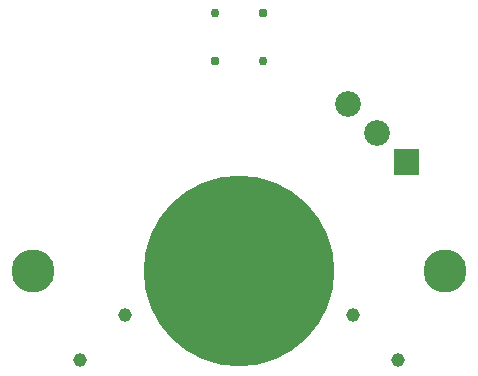
<source format=gbr>
G04 start of page 8 for group -4062 idx -4062 *
G04 Title: (unknown), soldermask *
G04 Creator: pcb 4.0.2 *
G04 CreationDate: Thu Apr 29 14:29:46 2021 UTC *
G04 For: petersen *
G04 Format: Gerber/RS-274X *
G04 PCB-Dimensions (mil): 2500.00 2500.00 *
G04 PCB-Coordinate-Origin: lower left *
%MOIN*%
%FSLAX25Y25*%
%LNBOTTOMMASK*%
%ADD56C,0.6360*%
%ADD55C,0.0300*%
%ADD54C,0.0310*%
%ADD53C,0.1438*%
%ADD52C,0.0860*%
%ADD51C,0.0001*%
%ADD50C,0.0454*%
G54D50*X162997Y110175D03*
X177919Y95254D03*
G54D51*G36*
X176444Y165556D02*Y156956D01*
X185044D01*
Y165556D01*
X176444D01*
G37*
G54D52*X171000Y171000D03*
X161257Y180743D03*
G54D50*X72081Y95254D03*
X87003Y110175D03*
G54D53*X56250Y125000D03*
G54D54*X117000Y195000D03*
G54D55*Y211000D03*
G54D53*X193750Y125000D03*
G54D56*X125000D03*
G54D54*X133000Y211000D03*
G54D55*Y195000D03*
M02*

</source>
